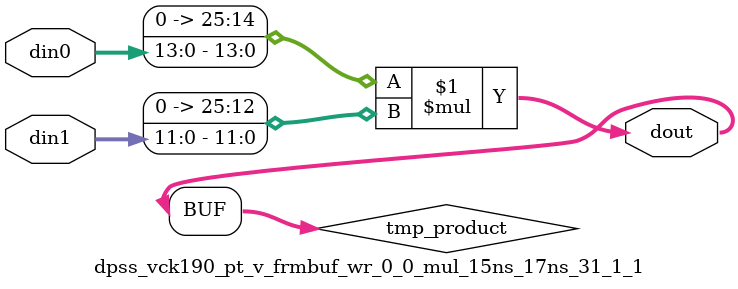
<source format=v>

`timescale 1 ns / 1 ps

  module dpss_vck190_pt_v_frmbuf_wr_0_0_mul_15ns_17ns_31_1_1(din0, din1, dout);
parameter ID = 1;
parameter NUM_STAGE = 0;
parameter din0_WIDTH = 14;
parameter din1_WIDTH = 12;
parameter dout_WIDTH = 26;

input [din0_WIDTH - 1 : 0] din0; 
input [din1_WIDTH - 1 : 0] din1; 
output [dout_WIDTH - 1 : 0] dout;

wire signed [dout_WIDTH - 1 : 0] tmp_product;










assign tmp_product = $signed({1'b0, din0}) * $signed({1'b0, din1});











assign dout = tmp_product;







endmodule

</source>
